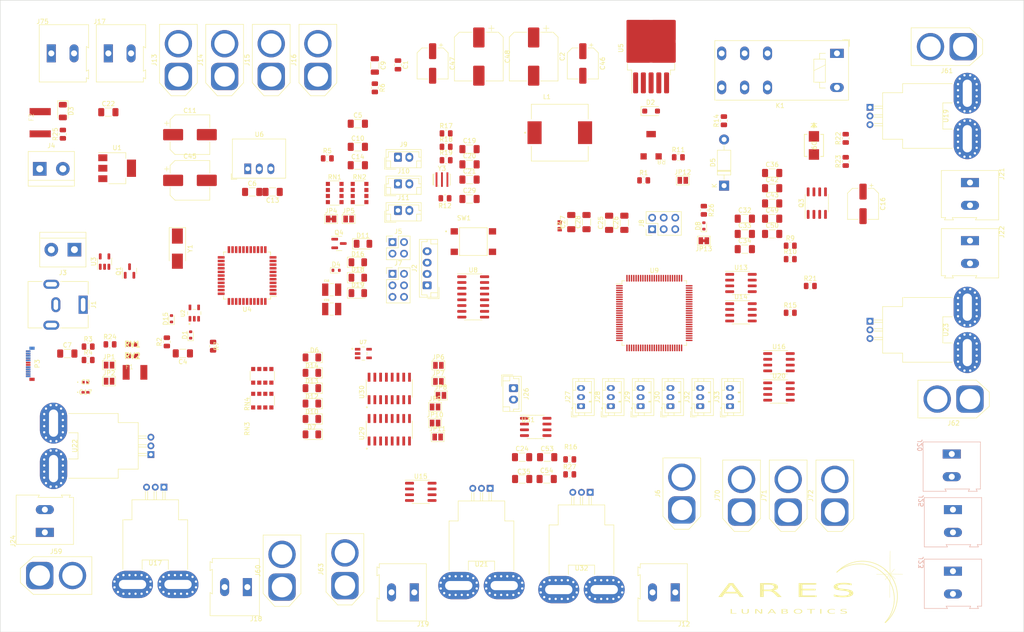
<source format=kicad_pcb>
(kicad_pcb (version 20221018) (generator pcbnew)
  (layers (0 "F.Cu" signal) (31 "B.Cu" signal) (34 "B.Paste" user) (35 "F.Paste" user) (36 "B.SilkS" user "B.Silkscreen") (37 "F.SilkS" user "F.Silkscreen") (38 "B.Mask" user) (39 "F.Mask" user) (44 "Edge.Cuts" user))
  (net 0 "")
  (net 1 "+12V")
  (net 2 "-E PROX")
  (net 3 "Net-(U4-PD7)")
  (net 4 "Net-(JP4-A)")
  (net 5 "+5V")
  (net 6 "Net-(U2A-+)")
  (net 7 "RESET1")
  (net 8 "V-IN")
  (net 9 "Net-(D2-K)")
  (net 10 "Net-(C9-Pad2)")
  (net 11 "Net-(D5-K)")
  (net 12 "Net-(D5-A)")
  (net 13 "Net-(D8-K)")
  (net 14 "E-SWTCH IN")
  (net 15 "Net-(D9-A)")
  (net 16 "Net-(J3-Pin_2)")
  (net 17 "E+")
  (net 18 "+S")
  (net 19 "-S")
  (net 20 "Net-(J5-Pin_1)")
  (net 21 "Net-(J5-Pin_2)")
  (net 22 "Net-(J5-Pin_3)")
  (net 23 "Net-(J5-Pin_4)")
  (net 24 "Net-(J7-Pin_1)")
  (net 25 "Net-(J7-Pin_3)")
  (net 26 "Net-(J7-Pin_4)")
  (net 27 "Sig - L1")
  (net 28 "Sig - L2")
  (net 29 "Sig - R1")
  (net 30 "Sig - R2")
  (net 31 "Sig - Ex Sprckt")
  (net 32 "Sig - EXCV TILT")
  (net 33 "Sig - EXC ASC{slash}DSC")
  (net 34 "Sig - DEPO BIN TILT")
  (net 35 "Net-(J27-Pin_1)")
  (net 36 "Sig - CAM Y")
  (net 37 "+9V")
  (net 38 "Net-(J29-Pin_2)")
  (net 39 "Net-(J30-Pin_2)")
  (net 40 "Net-(J32-Pin_2)")
  (net 41 "Net-(J33-Pin_2)")
  (net 44 "Net-(D1-A)")
  (net 45 "Net-(D3-K)")
  (net 46 "RESET2")
  (net 47 "E-SWTCH OUT")
  (net 48 "Net-(JP2-B)")
  (net 49 "Net-(JP5-A)")
  (net 50 "Net-(JP6-A)")
  (net 51 "1AX")
  (net 52 "Net-(JP7-A)")
  (net 53 "1BX")
  (net 54 "Net-(JP8-A)")
  (net 55 "1CX")
  (net 56 "Net-(JP9-A)")
  (net 57 "2AX")
  (net 58 "Net-(JP10-A)")
  (net 59 "2BX")
  (net 60 "Net-(JP11-A)")
  (net 61 "2CX")
  (net 62 "Net-(JP12-A)")
  (net 63 "12V Set-Point")
  (net 65 "Net-(P3-GND-PadA1)")
  (net 66 "Net-(F1-Pad2)")
  (net 68 "Net-(P3-D+)")
  (net 69 "Net-(P3-D-)")
  (net 71 "Net-(P3-SHIELD)")
  (net 72 "Net-(Q1-D)")
  (net 73 "Net-(Q1-G)")
  (net 74 "Net-(Q3-G)")
  (net 75 "Net-(Q4-E)")
  (net 76 "Net-(Q4-B)")
  (net 78 "+3V3")
  (net 80 "Net-(U4-D-)")
  (net 81 "Net-(U4-D+)")
  (net 82 "Net-(U4-UCAP)")
  (net 84 "Net-(U4-XTAL2)")
  (net 85 "Net-(U4-XTAL1)")
  (net 88 "Net-(U4-PD2)")
  (net 89 "Net-(U4-PD3)")
  (net 90 "Net-(D16-K)")
  (net 91 "Net-(D6-A)")
  (net 102 "Net-(D7-A)")
  (net 103 "Net-(U8-VFB)")
  (net 104 "Net-(U8-VBG)")
  (net 105 "Net-(U8-INA-)")
  (net 106 "Net-(U8-INA+)")
  (net 107 "Net-(U8-PD_SCK)")
  (net 108 "Net-(U8-DOUT)")
  (net 111 "Net-(U9-PE0)")
  (net 112 "Net-(U9-PE1)")
  (net 120 "Net-(D10-A)")
  (net 121 "Net-(D11-A)")
  (net 122 "Net-(D12-A)")
  (net 123 "Net-(D13-A)")
  (net 128 "Net-(U9-XTAL2)")
  (net 129 "Net-(U9-XTAL1)")
  (net 176 "Net-(U9-AVCC)")
  (net 177 "Net-(D14-A)")
  (net 178 "Net-(U13-1IN+)")
  (net 182 "Net-(U14-1IN+)")
  (net 186 "Net-(U15-1IN+)")
  (net 190 "Net-(U16-1IN+)")
  (net 194 "1BY")
  (net 195 "Net-(D15-A)")
  (net 196 "Net-(J60-+)_1")
  (net 197 "1CY")
  (net 198 "Net-(D16-A)")
  (net 199 "Net-(J61-+)_1")
  (net 200 "Net-(U20-1IN+)")
  (net 204 "2BY")
  (net 205 "Net-(D18-K)")
  (net 206 "Net-(J63-+)_1")
  (net 207 "1AY")
  (net 208 "Net-(D18-A)")
  (net 209 "Net-(J59-+)_1")
  (net 210 "2AY")
  (net 211 "Net-(D19-A)")
  (net 212 "Net-(J62-+)_1")
  (net 213 "Net-(U31-1IN+)")
  (net 217 "Jetson")
  (net 218 "Net-(J6-+)_1")
  (net 219 "MISO")
  (net 220 "SCK")
  (net 221 "MOSI")
  (net 222 "Net-(J12-Pin_1)")
  (net 223 "Net-(J12-Pin_2)")
  (net 224 "Net-(J18-Pin_1)")
  (net 225 "Net-(J18-Pin_2)")
  (net 226 "Net-(J19-Pin_1)")
  (net 227 "Net-(J19-Pin_2)")
  (net 228 "Net-(J20-Pin_1)")
  (net 229 "Net-(J20-Pin_2)")
  (net 230 "Net-(J21-Pin_1)")
  (net 231 "Net-(J21-Pin_2)")
  (net 232 "Net-(J22-Pin_1)")
  (net 233 "Net-(J22-Pin_2)")
  (net 234 "Net-(J23-Pin_1)")
  (net 235 "Net-(J23-Pin_2)")
  (net 236 "Net-(J24-Pin_1)")
  (net 237 "Net-(J24-Pin_2)")
  (net 238 "Net-(J25-Pin_1)")
  (net 239 "Net-(J25-Pin_2)")
  (net 240 "Net-(U7A--)")
  (net 241 "SS'")
  (net 246 "2CY")
  (footprint "Capacitor_SMD:C_1206_3216Metric_Pad1.33x1.80mm_HandSolder" (layer "F.Cu") (at 65.1441 102.6978 180)
    (fp_text reference "C4")
    (fp_text value "0.1u")
  )
  (footprint "Connector_AMASS:AMASS_XT60-F_1x02_P7.20mm_Vertical" (layer "F.Cu") (at 74.3266 41.7678 90)
    (fp_text reference "J14")
    (fp_text value "XT-90F-vert")
  )
  (footprint "Stubez:VARC1608X55N" (layer "F.Cu") (at 54.0491 103.2628)
    (fp_text reference "RV2")
    (fp_text value "BRNCG063MLC-05E" hide)
  )
  (footprint "Jumper:SolderJumper-2_P1.3mm_Open_Pad1.0x1.5mm" (layer "F.Cu") (at 175.0416 64.6278)
    (fp_text reference "JP12")
    (fp_text value "SolderJumper_2_Open")
  )
  (footprint "Connector_JST:JST_PH_B3B-PH-K_1x03_P2.00mm_Vertical" (layer "F.Cu") (at 159.2166 114.3078 90)
    (fp_text reference "J28")
    (fp_text value "Conn_01x03")
  )
  (footprint "Package_SO:SOIC-8_3.9x4.9mm_P1.27mm" (layer "F.Cu") (at 204.5016 69.6428 90)
    (fp_text reference "Q3")
    (fp_text value "IRF7403")
  )
  (footprint "Resistor_SMD:R_0805_2012Metric" (layer "F.Cu") (at 174.0641 59.5478)
    (fp_text reference "R11")
    (fp_text value "120k")
  )
  (footprint "Stubez:CAPC3225X270N" (layer "F.Cu") (at 97.8616 92.9438)
    (fp_text reference "C23")
    (fp_text value "10u")
  )
  (footprint "Capacitor_SMD:C_1206_3216Metric_Pad1.33x1.80mm_HandSolder" (layer "F.Cu") (at 188.6741 73.0578)
    (fp_text reference "C32")
    (fp_text value "0.1u")
  )
  (footprint "Capacitor_SMD:C_1206_3216Metric_Pad1.33x1.80mm_HandSolder" (layer "F.Cu") (at 194.6841 66.3578)
    (fp_text reference "C42")
    (fp_text value "10n")
  )
  (footprint "Stubez:3314G-2-500E" (layer "F.Cu") (at 170.3716 60.0028 180)
    (fp_text reference "R8")
    (fp_text value "5k")
  )
  (footprint "Jumper:SolderJumper-2_P1.3mm_Bridged_Pad1.0x1.5mm" (layer "F.Cu") (at 179.6716 77.9128 180)
    (fp_text reference "JP13")
    (fp_text value "SolderJumper_2_Bridged")
  )
  (footprint "Package_TO_SOT_SMD:TO-263-5_TabPin3" (layer "F.Cu") (at 168.0716 35.5328 90)
    (fp_text reference "U5")
    (fp_text value "LM2596S-12")
  )
  (footprint "Package_TO_SOT_SMD:SOT-23" (layer "F.Cu") (at 99.4641 78.5178)
    (fp_text reference "Q4")
    (fp_text value "S8550D")
  )
  (footprint "TerminalBlock:TerminalBlock_Altech_AK300-2_P5.00mm" (layer "F.Cu") (at 238.1716 77.8978 -90)
    (fp_text reference "J22")
    (fp_text value "Screw_Terminal_01x02")
  )
  (footprint "Stubez:MF-SMDF" (layer "F.Cu") (at 31.1466 51.9278 90)
    (fp_text reference "F2")
    (fp_text value "3A_tr 1.5A_hld Slow Burn")
  )
  (footprint "Connector_JST:JST_PH_B3B-PH-K_1x03_P2.00mm_Vertical" (layer "F.Cu") (at 152.6666 114.3078 90)
    (fp_text reference "J27")
    (fp_text value "Conn_01x03")
  )
  (footprint "Stubez:SW_TS07-667-25-BK-100-SMT-TR" (layer "F.Cu") (at 129.0066 78.0978)
    (fp_text reference "SW1")
    (fp_text value "SW_Push_Dual")
  )
  (footprint "Jumper:SolderJumper-2_P1.3mm_Open_Pad1.0x1.5mm" (layer "F.Cu") (at 48.9266 105.2678)
    (fp_text reference "JP1")
    (fp_text value "SolderJumper_2_Open")
  )
  (footprint "Resistor_SMD:R_0805_2012Metric" (layer "F.Cu") (at 107.3466 44.2703 -90)
    (fp_text reference "R6")
    (fp_text value "680")
  )
  (footprint "Diode_SMD:D_SOD-523" (layer "F.Cu") (at 66.8566 98.6353 90)
    (fp_text reference "D1")
    (fp_text value "1N4148WT")
  )
  (footprint "Connector_AMASS:AMASS_XT60-F_1x02_P7.20mm_Vertical" (layer "F.Cu") (at 64.1666 41.7678 90)
    (fp_text reference "J13")
    (fp_text value "XT-90F-vert")
  )
  (footprint "Resistor_SMD:R_0805_2012Metric" (layer "F.Cu") (at 71.7866 101.1003 90)
    (fp_text reference "R7")
    (fp_text value "10k")
  )
  (footprint "LED_SMD:LED_1206_3216Metric" (layer "F.Cu") (at 104.7466 78.5778)
    (fp_text reference "D11")
    (fp_text value "LED")
  )
  (footprint "Stubez:SMB_STM" (layer "F.Cu") (at 203.8666 56.9428 -90)
    (fp_text reference "D9")
    (fp_text value "3A100Vstd")
  )
  (footprint "Connector_JST:JST_EH_B4B-EH-A_1x04_P2.50mm_Vertical" (layer "F.Cu") (at 118.8466 87.7278 90)
    (fp_text reference "J2")
    (fp_text value "Conn_01x04")
  )
  (footprint "Capacitor_SMD:C_1206_3216Metric_Pad1.33x1.80mm_HandSolder" (layer "F.Cu") (at 39.7441 102.7278)
    (fp_text reference "C7")
    (fp_text value "0.1u")
  )
  (footprint "Resistor_SMD:R_0805_2012Metric" (layer "F.Cu") (at 44.3266 104.1478)
    (fp_text reference "R4")
    (fp_text value "22")
  )
  (footprint "Stubez:SOT95P280X145-5N" (layer "F.Cu") (at 67.6566 93.8228 90)
    (fp_text reference "U2")
    (fp_text value "LMV358")
  )
  (footprint "Capacitor_SMD:CP_Elec_10x10.5" (layer "F.Cu") (at 130.2066 37.3978 -90)
    (fp_text reference "C48")
    (fp_text value "100u")
  )
  (footprint "Crystal:Crystal_SMD_Abracon_ABM3-2Pin_5.0x3.2mm_HandSoldering" (layer "F.Cu") (at 63.9441 79.6453 -90)
    (fp_text reference "Y1")
    (fp_text value "Crystal")
  )
  (footprint "Diode_SMD:D_SOD-123F" (layer "F.Cu") (at 168.0716 49.3878)
    (fp_text reference "D2")
    (fp_text value "MBR1020VL")
  )
  (footprint "Connector_AMASS:AMASS_XT60-F_1x02_P7.20mm_Vertical" (layer "F.Cu") (at 94.8266 41.7678 90)
    (fp_text reference "J16")
    (fp_text value "XT-90F-vert")
  )
  (footprint "Connector_PinHeader_2.54mm:PinHeader_2x02_P2.54mm_Vertical" (layer "F.Cu") (at 111.2266 78.2078)
    (fp_text reference "J5")
    (fp_text value "Conn_02x02_Odd_Even")
  )
  (footprint "Capacitor_SMD:C_1206_3216Metric_Pad1.33x1.80mm_HandSolder" (layer "F.Cu") (at 139.7341 130.3278)
    (fp_text reference "C35")
    (fp_text value "0.1u")
  )
  (footprint "Capacitor_SMD:CP_Elec_8x10.5" (layer "F.Cu") (at 66.7066 54.5778)
    (fp_text reference "C11")
    (fp_text value "47u")
  )
  (footprint "Capacitor_SMD:C_1206_3216Metric_Pad1.33x1.80mm_HandSolder" (layer "F.Cu") (at 80.3841 67.1678)
    (fp_text reference "C6")
    (fp_text value "0.33u")
  )
  (footprint "Capacitor_SMD:C_1206_3216Metric" (layer "F.Cu") (at 107.3466 39.3428 -90)
    (fp_text reference "C9")
    (fp_text value "330p")
  )
  (footprint "Connector_AMASS:AMASS_XT60-F_1x02_P7.20mm_Vertical" (layer "F.Cu") (at 198.21 137.6104 90)
    (fp_text reference "J71")
    (fp_text value "XT-90F-vert")
  )
  (footprint "Stubez:CAP_GCM155_MUR" (layer "F.Cu") (at 43.7423 109.0278)
    (fp_text reference "C3")
    (fp_text value "22p")
  )
  (footprint "Capacitor_SMD:C_1206_3216Metric_Pad1.33x1.80mm_HandSolder" (layer "F.Cu") (at 103.6066 52.1678)
    (fp_text reference "C5")
    (fp_text value "0.1u")
  )
  (footprint "TerminalBlock:TerminalBlock_Altech_AK300-2_P5.00mm" (layer "F.Cu") (at 48.7666 36.6878)
    (fp_text reference "J17")
    (fp_text value "Screw_Terminal_01x02")
  )
  (footprint "Package_SO:SOIC-8_3.9x4.9mm_P1.27mm" (layer "F.Cu") (at 196.1816 111.0828)
    (fp_text reference "U20")
    (fp_text value "TLC2272")
  )
  (footprint "Jumper:SolderJumper-2_P1.3mm_Open_Pad1.0x1.5mm" (layer "F.Cu") (at 48.9266 108.8178)
    (fp_text reference "JP2")
    (fp_text value "SolderJumper_2_Open")
  )
  (footprint "LED_SMD:LED_1206_3216Metric" (layer "F.Cu") (at 103.6066 89.4278)
    (fp_text reference "D19")
    (fp_text value "LED")
  )
  (footprint "Resistor_SMD:R_0805_2012Metric" (layer "F.Cu") (at 150.1883 126.0094)
    (fp_text reference "R16")
    (fp_text value "100")
  )
  (footprint "Package_SO:SOIC-8_3.9x4.9mm_P1.27mm" (layer "F.Cu") (at 187.8241 87.2078)
    (fp_text reference "U13")
    (fp_text value "TLC2272")
  )
  (footprint "Jumper:SolderJumper-2_P1.3mm_Open_Pad1.0x1.5mm" (layer "F.Cu") (at 121.1566 121.0878)
    (fp_text reference "JP11")
    (fp_text value "SolderJumper_2_Open")
  )
  (footprint "Capacitor_SMD:C_0805_2012Metric" (layer "F.Cu") (at 112.4266 39.2278 -90)
    (fp_text reference "C1")
    (fp_text value "100n")
  )
  (footprint "Resistor_SMD:R_0805_2012Metric" (layer "F.Cu") (at 123.0141 60.1978)
    (fp_text reference "R19")
    (fp_text value "100")
  )
  (footprint "Sensor_Current:Allegro_CB_PFF" (layer "F.Cu") (at 216.1866 95.6078 -90)
    (fp_text reference "U23")
    (fp_text value "ACS758xCB-050B-PFF")
  )
  (footprint "Diode_SMD:D_SOD-523" (layer "F.Cu") (at 179.6716 74.6578 90)
    (fp_text reference "D8")
    (fp_text value "1N4148WT")
  )
  (footprint "Package_SO:SOIC-8_3.9x4.9mm_P1.27mm" (layer "F.Cu") (at 196.1816 104.6328)
    (fp_text reference "U16")
    (fp_text value "TLC2272")
  )
  (footprint "TerminalBlock:TerminalBlock_Altech_AK300-2_P5.00mm" (layer "F.Cu") (at 238.1716 65.1178 -90)
    (fp_text reference "J21")
    (fp_text value "Screw_Terminal_01x02")
  )
  (footprint "Jumper:SolderJumper-2_P1.3mm_Open_Pad1.0x1.5mm" (layer "F.Cu") (at 121.3166 105.3278)
    (fp_text reference "JP6")
    (fp_text value "SolderJumper_2_Open")
  )
  (footprint "Resistor_SMD:R_0805_2012Metric" (layer "F.Cu") (at 210.8516 55.3803 90)
    (fp_text reference "R22")
    (fp_text value "100k")
  )
  (footprint "Resistor_SMD:R_0805_2012Metric" (layer "F.Cu") (at 123.0141 54.2978)
    (fp_text reference "R17")
    (fp_text value "100")
  )
  (footprint "Capacitor_SMD:C_1206_3216Metric_Pad1.33x1.80mm_HandSolder" (layer "F.Cu") (at 128.1591 57.7578)
    (fp_text reference "C19")
    (fp_text value "0.1u")
  )
  (footprint "Capacitor_SMD:C_1206_3216Metric_Pad1.33x1.80mm_HandSolder" (layer "F.Cu") (at 158.8466 73.9628 90)
    (fp_text reference "C25")
    (fp_text value "0.1u")
  )
  (footprint "Connector_AMASS:AMASS_XT60-F_1x02_P7.20mm_Vertical" (layer "F.Cu") (at 86.9466 154.1078 90)
    (fp_text reference "J60")
    (fp_text value "XT-90F-vert")
  )
  (footprint "Capacitor_SMD:C_1206_3216Metric_Pad1.33x1.80mm_HandSolder" (layer "F.Cu") (at 194.6841 69.7078)
    (fp_text reference "C43")
    (fp_text value "10n")
  )
  (footprint "Capacitor_SMD:C_1206_3216Metric_Pad1.33x1.80mm_HandSolder" (layer "F.Cu") (at 188.6741 76.4078)
    (fp_text reference "C33")
    (fp_text value "0.1u")
  )
  (footprint "Connector_JST:JST_PH_B3B-PH-K_1x03_P2.00mm_Vertical" (layer "F.Cu") (at 178.8666 114.3078 90)
    (fp_text reference "J32")
    (fp_text value "Conn_01x03")
  )
  (footprint "Capacitor_SMD:C_1206_3216Metric_Pad1.33x1.80mm_HandSolder" (layer "F.Cu") (at 128.1591 68.7278)
    (fp_text reference "C29")
    (fp_text value "0.1u")
  )
  (footprint "Connector_BarrelJack:BarrelJack_CUI_PJ-063AH_Horizontal" (layer "F.Cu") (at 43.2266 91.9878 -90)
    (fp_text reference "J1")
    (fp_text value "Barrel_Jack_Switch")
  )
  (footprint "Connector_JST:JST_EH_B2B-EH-A_1x02_P2.50mm_Vertical" (layer "F.Cu") (at 112.4266 65.3978)
    (fp_text reference "J10")
    (fp_text value "Conn_01x02")
  )
  (footprint "Capacitor_SMD:C_1206_3216Metric_Pad1.33x1.80mm_HandSolder" (layer "F.Cu") (at 128.1591 61.1078)
    (fp_text reference "C20")
    (fp_text value "0.022u")
  )
  (footprint "Diode_THT:D_DO-41_SOD81_P10.16mm_Horizontal" (layer "F.Cu") (at 184.1166 65.7953 90)
    (fp_text reference "D5")
    (fp_text value "1N5819")
  )
  (footprint "Resistor_SMD:R_0805_2012Metric" (layer "F.Cu") (at 150.1864 129.3114)
    (fp_text reference "R27")
    (fp_text value "100")
  )
  (footprint "Sensor_Current:Allegro_CB_PFF" (layer "F.Cu") (at 154.6816 133.2528 180)
    (fp_text reference "U32")
    (fp_text value "ACS758xCB-050B-PFF")
  )
  (footprint "Stubez:SOIC127P600X175-16N" (layer "F.Cu") (at 110.5216 119.4928 90)
    (fp_text reference "U29")
    (fp_text value "CD4053B")
  )
  (footprint "Capacitor_SMD:C_1206_3216Metric_Pad1.33x1.80mm_HandSolder" (layer "F.Cu") (at 194.6841 63.0078)
    (fp_text reference "C36")
    (fp_text value "0.1u")
  )
  (footprint "Resistor_SMD:R_Array_Convex_4x1206" (layer "F.Cu") (at 82.6066 107.6278 90)
    (fp_text reference "RN4")
    (fp_text value "102-1k R Net")
  )
  (footprint "Stubez:FuseF-MSMF050-2-sty1" (layer "F.Cu") (at 51.9241 105.2678)
    (fp_text reference "F1")
    (fp_text value "FuseF-MSMF050-2")
  )
  (footprint "Resistor_SMD:R_0805_2012Metric" (layer "F.Cu") (at 166.4441 64.6278)
    (fp_text reference "R1")
    (fp_text value "100k")
  )
  (footprint "Resistor_SMD:R_0805_2012Metric" (layer "F.Cu") (at 203.0741 87.8578)
    (fp_text reference "R21")
    (fp_text value "100")
  )
  (footprint "Package_SO:SOIC-8_3.9x4.9mm_P1.27mm" (layer "F.Cu") (at 142.7084 118.872)
    (fp_text reference "U31")
    (fp_text value "TLC2272")
  )
  (footprint "Stubez:IND_LQM18DN_70_MUR" (layer "F.Cu") (at 147.9866 74.6235 90)
    (fp_text reference "L2")
    (fp_text value "10u")
  )
  (footprint "LED_SMD:LED_1206_3216Metric" (layer "F.Cu") (at 38.7666 49.3878 -90)
    (fp_text reference "D3")
    (fp_text value "LED")
  )
  (footprint "Resistor_SMD:R_Array_Convex_4x1206" (layer "F.Cu") (at 103.9866 67.4078)
    (fp_text reference "RN2")
    (fp_text value "102-1k R Net")
  )
  (footprint "Diode_SMD:D_SOD-523" (layer "F.Cu") (at 62.6466 95.0778 90)
    (fp_text reference "D15")
    (fp_text value "1N4148WT")
  )
  (footprint "Capacitor_SMD:C_1206_3216Metric_Pad1.33x1.80mm_HandSolder" (layer "F.Cu") (at 162.1966 73.9628 90)
    (fp_text reference "C26")
    (fp_text value "0.1u")
  )
  (footprint "Capacitor_SMD:CP_Elec_8x10.5" (layer "F.Cu") (at 66.7066 64.6278)
    (fp_text reference "C45")
    (fp_text value "47u")
  )
  (footprint "Package_TO_SOT_SMD:SOT-223-3_TabPin2" (layer "F.Cu") (at 50.6966 61.9578)
    (fp_text reference "U1")
    (fp_text value "LD1117S50TR_SOT223")
  )
  (footprint "Capacitor_SMD:C_1206_3216Metric_Pad1.33x1.80mm_HandSolder" (layer "F.Cu") (at 145.1233 130.3274)
    (fp_text reference "C54")
    (fp_text value "10n")
  )
  (footprint "Connector_AMASS:AMASS_XT60-F_1x02_P7.20mm_Vertical" (layer "F.Cu") (at 208.46 137.6104 90)
    (fp_text reference "J72")
    (fp_text value "XT-90F-vert")
  )
  (footprint "Package_SO:SOIC-8_3.9x4.9mm_P1.27mm" (layer "F.Cu") (at 187.8241 93.6578)
    (fp_text reference "U14")
    (fp_text value "TLC2272")
  )
  (footprint "Resistor_SMD:R_0805_2012Metric" (layer "F.Cu") (at 198.6641 93.7578)
    (fp_text reference "R15")
    (fp_text value "100")
  )
  (footprint "Package_TO_SOT_SMD:SOT-23" (layer "F.Cu") (at 53.4266 84.5678 90)
    (fp_text reference "Q1")
    (fp_text value "HM2301B")
  )
  (footprint "Converter_DCDC:Converter_DCDC_RECOM_R-78E-0.5_THT" (layer "F.Cu") (at 79.4066 62.0878)
    (fp_text reference "U6")
    (fp_text value "R-78E9.0-0.5")
  )
  (footprint "Capacitor_SMD:C_1206_3216Metric_Pad1.33x1.80mm_HandSolder" (layer "F.Cu") (at 194.6841 76.4078)
    (fp_text reference "C50")
    (fp_text value "10n")
  )
  (footprint "Connector_AMASS:AMASS_XT60-F_1x02_P7.20mm_Vertical" (layer "F.Cu") (at 33.6866 151.5678)
    (fp_text reference "J59")
    (fp_text value "XT-90F-vert")
  )
  (footprint "Connector_JST:JST_PH_B3B-PH-K_1x03_P2.00mm_Vertical" (layer "F.Cu") (at 165.7666 114.3078 90)
    (fp_text reference "J29")
    (fp_text value "Conn_01x03")
  )
  (footprint "Resistor_SMD:R_0805_2012Metric" (layer "F.Cu") (at 44.3266 101.1978)
    (fp_text reference "R3")
    (fp_text value "1M")
  )
  (footprint "Capacitor_SMD:CP_Elec_6.3x5.8" (layer "F.Cu") (at 153.0666 38.9128 -90)
    (fp_text reference "C46")
    (fp_text value "10u")
  )
  (footprint "Connector_JST:JST_EH_B2B-EH-A_1x02_P2.50mm_Vertical" (layer "F.Cu") (at 112.4266 71.2478)
    (fp_text reference "J11")
    (fp_text value "Conn_01x02")
  )
  (footprint "Connector_PinHeader_2.54mm:PinHeader_2x03_P2.54mm_Vertical" (layer "F.Cu") (at 168.3066 75.3728 90)
    (fp_text reference "J8")
    (fp_text value "Conn_02x03_Odd_Even")
  )
  (footprint "Connector_USB:USB_C_Plug_Molex_105444" (layer "F.Cu") (at 31.1066 104.9778 90)
    (fp_text reference "P3")
    (fp_text value "USB_C_Plug_USB2.0")
  )
  (footprint "LED_SMD:LED_1206_3216Metric" (layer "F.Cu") (at 103.6066 86.0378)
    (fp_text reference "D18")
    (fp_text value "LED")
  )
  (footprint "Resistor_SMD:R_0805_2012Metric" (layer "F.Cu") (at 122.7641 68.5678 180)
    (fp_text reference "R12")
    (fp_text value "1M")
  )
  (footprint "TerminalBlock:TerminalBlock_bornier-2_P5.08mm" (layer "F.Cu") (at 33.6866 62.0878)
    (fp_text reference "J4")
    (fp_text value "Screw_Terminal_01x02")
  )
  (footprint "Capacitor_SMD:C_1206_3216Metric_Pad1.33x1.80mm_HandSolder" (layer "F.Cu") (at 48.7666 49.6278)
    (fp_text reference "C22")
    (fp_text value "0.1u")
  )
  (footprint "Relay_THT:Relay_SPDT_Schrack-RT1-16A-FormC_RM5mm" (layer "F.Cu") (at 208.9266 36.6878 180)
    (fp_text reference "K1")
    (fp_text value "RT314A12")
  )
  (footprint "LED_SMD:LED_1206_3216Metric" (layer "F.Cu") (at 93.5066 110.3478 180)
    (fp_text reference "D12")
    (fp_text value "LED")
  )
  (footprint "Sensor_Current:Allegro_CB_PFF" (layer "F.Cu") (at 216.1866 48.5578 -90)
    (fp_text reference "U19")
    (fp_text value "ACS758xCB-050B-PFF")
  )
  (footprint "LED_SMD:LED_1206_3216Metric" (layer "F.Cu") (at 93.5066 117.1178 180)
    (fp_text reference "D7")
    (fp_text value "LED")
  )
  (footprint "Jumper:SolderJumper-2_P1.3mm_Open_Pad1.0x1.5mm" (layer "F.Cu") (at 121.8866 111.9378)
    (fp_text reference "JP8")
    (fp_text value "SolderJumper_2_Open")
  )
  (footprint "Capacitor_SMD:C_1206_3216Metric_Pad1.33x1.80mm_HandSolder" (layer "F.Cu") (at 139.7123 125.5268)
    (fp_text reference "C24")
    (fp_text value "0.1u")
  )
  (footprint "Stubez:CAPC3225X270N" (layer "F.Cu") (at 97.8616 88.6778)
    (fp_text reference "C18")
    (fp_text value "10u")
  )
  (footprint "Stubez:SOT95P280X145-5N" (layer "F.Cu") (at 104.8216 102.7278)
    (fp_text reference "U7")
    (fp_text value "LMV358")
  )
  (footprint "Jumper:SolderJumper-2_P1.3mm_Open_Pad1.0x1.5mm" (layer "F.Cu") (at 101.5766 73.1278)
    (fp_text reference "JP5")
    (fp_text value "SolderJumper_2_Open")
  )
  (footprint "Resistor_SMD:R_0805_2012Metric" (layer "F.Cu") (at 179.6716 71.2053 -90)
    (fp_text reference "R26")
    (fp_text value "10k")
  )
  (footprint "Capacitor_SMD:C_1206_3216Metric_Pad1.33x1.80mm_HandSolder" (layer "F.Cu") (at 103.6066 61.2978)
    (fp_text reference "C14")
    (fp_text value "0.1u")
  )
  (footprint "Connector_JST:JST_EH_B2B-EH-A_1x02_P2.50mm_Vertical" (layer "F.Cu") (at 112.4266 59.5478)
    (fp_text reference "J9")
    (fp_text value "Conn_01x02")
  )
  (footprint "Resistor_SMD:R_0805_2012Metric" (layer "F.Cu") (at 210.8516 60.4603 90)
    (fp_text reference "R23")
    (fp_text value "100k")
  )
  (footprint "LED_SMD:LED_1206_3216Metric" (layer "F.Cu") (at 93.5066 120.5078 180)
    (fp_text reference "D6")
    (fp_text value "LED")
  )
  (footprint "Connector_JST:JST_EH_B2B-EH-A_1x02_P2.50mm_Vertical" (layer "F.Cu") (at 137.8266 110.3478 -90)
    (fp_text reference "J26")
    (fp_text value "Conn_01x02")
  )
  (footprint "Stubez:VARC1608X55N" (layer "F.Cu") (at 54.0491 100.7128)
    (fp_text reference "RV1")
    (fp_text value "BRNCG063MLC-05E" hide)
  )
  (footprint "Resistor_SMD:R_Array_Convex_4x1206" (layer "F.Cu") (at 82.6066 113.0878 90)
    (fp_text reference "RN3")
    (fp_text value "102-1k R Net")
  )
  (footprint "LED_SMD:LED_1206_3216Metric" (layer "F.Cu") (at 93.5066 106.9778 180)
    (fp_text reference "D13")
    (fp_text value "LED")
  )
  (footprint "Resistor_SMD:R_0805_2012Metric" (layer "F.Cu") (at 96.8991 59.7878)
    (fp_text reference "R5")
    (fp_text value "8.2k")
  )
  (footprint "Sensor_Current:Allegro_CB_PFF" (layer "F.Cu") (at 58.1166 124.9478 90)
    (fp_text reference "U22")
    (fp_text value "ACS758xCB-050B-PFF")
  )
  (footprint "Package_TO_SOT_SMD:SOT-23-5" (layer "F.Cu") (at 47.9366 82.4953 90)
    (fp_text reference "U3")
    (fp_text value "LP2985-3.3")
  )
  (footprint "Diode_SMD:D_SOD-523" (layer "F.Cu") (at 98.8391 84.4178)
    (fp_text reference "D4")
    (fp_text value "1N4148WT")
  )
  (footprint "TerminalBlock:TerminalBlock_Altech_AK300-2_P5.00mm" (layer "F.Cu") (at 34.8066 142.0678 90)
    (fp_text reference "J24")
    (fp_text value "Screw_Terminal_01x02")
  )
  (footprint "Jumper:SolderJumper-2_P1.3mm_Open_Pad1.0x1.5mm" (layer "F.Cu") (at 121.3166 108.8778)
    (fp_text reference "JP7")
    (fp_text value "SolderJumper_2_Open")
  )
  (footprint "TerminalBlock:TerminalBlock_Altech_AK300-2_P5.00mm" (layer "F.Cu") (at 79.3266 154.1078 180)
    (fp_text reference "J18")
    (fp_text value "Screw_Terminal_01x02")
  )
  (footprint "Connector_AMASS:AMASS_XT60-F_1x02_P7.20mm_Vertical" (layer "F.Cu") (at 236.6916 35.2178 180)
    (fp_text reference "J61")
    (fp_text value "XT-90F-vert")
  )
  (footprint "Stubez:IND_SRP1265A-330M" (layer "F.Cu") (at 148.0066 54.1378)
    (fp_text reference "L1")
    (fp_text value "33u")
  )
  (footprint "TerminalBlock:TerminalBlock_Altech_AK300-2_P5.00mm" (layer "F.Cu") (at 116.0166 155.2628 180)
    (fp_text reference "J19")
    (fp_text value "Screw_Terminal_01x02")
  )
  (footprint "Capacitor_SMD:CP_Elec_6.3x5.8" (layer "F.Cu") (at 214.6616 69.8028 -90)
    (fp_text reference "C16")
    (fp_text value "10u")
  )
  (footprint "TerminalBlock:TerminalBlock_Altech_AK300-2_P5.00mm" (layer "F.Cu") (at 173.3866 155.2628 180)
    (fp_text reference "J12")
    (fp_text value "Screw_Terminal_01x02")
  )
  (footprint "Connector_AMASS:AMASS_XT60-F_1x02_P7.20mm_Vertical" (layer "F.Cu") (at 100.7766 153.7828 90)
    (fp_text reference "J63")
    (fp_text value "XT-90F-vert")
  )
  (footprint "Capacitor_SMD:CP_Elec_10x10.5" (layer "F.Cu") (at 142.2566 37.3978 -90)
    (fp_text reference "C2")
    (fp_text value "100u")
  )
  (footprint "Resistor_SMD:R_0805_2012Metric" (layer "F.Cu") (at 198.6641 81.9578)
    (fp_text reference "R10")
    (fp_text value "100")
  )
  (footprint "Package_SO:SOIC-8_3.9x4.9mm_P1.27mm" (layer "F.Cu") (at 117.4416 133.1528)
    (fp_text reference "U15")
    (fp_text value "TLC2272")
  )
  (footprint "Sensor_Current:Allegro_CB_PFF" (layer "F.Cu") (at 60.9866 132.1228 180)
    (fp_text reference "U17")
    (fp_text value "ACS758xCB-050B-PFF")
  )
  (footprint "Resistor_SMD:R_0805_2012Metric" (layer "F.Cu") (at 49.1366 100.7078)
    (fp_text reference "R24")
    (fp_text value "22")
  )
  (footprint "Connector_AMASS:AMASS_XT60-F_1x02_P7.20mm_Vertical" (layer "F.Cu") (at 187.96 137.6104 90)
    (fp_text reference "J70")
    (fp_text value "XT-90F-vert")
  )
  (footprint "Connector_JST:JST_PH_B3B-PH-K_1x03_P2.00mm_Vertical" (layer "F.Cu") (at 185.4166 114.3078 90)
    (fp_text reference "J33")
    (fp_text value "Conn_01x03")
  )
  (footprint "Stubez:CAP_GCM155_MUR" (layer "F.Cu") (at 43.7423 111.247)
    (fp_text reference "C17")
    (fp_text value "22p")
  )
  (footprint "Package_QFP:TQFP-100_14x14mm_P0.5mm" (layer "F.Cu") (at 168.7741 93.8228)
    (fp_text reference "U9")
    (fp_text value "ATmega2560-16A")
  )
  (footprint "Capacitor_SMD:C_1206_3216Metric_Pad1.33x1.80mm_HandSolder" (layer "F.Cu") (at 103.6066 57.2478)
    (fp_text reference "C10")
    (fp_text value "0.1u")
  )
  (footprint "Jumper:SolderJumper-2_P1.3mm_Open_Pad1.0x1.5mm" (layer "F.Cu") (at 120.5866 114.4778)
    (fp_text reference "JP9")
    (fp_text value "SolderJumper_2_Open")
  )
  (footprint "Package_QFP:TQFP-44_10x10mm_P0.8mm" (layer "F.Cu") (at 79.2666 85.5678 180)
    (fp_text reference "U4")
    (fp_text value "ATmega32U4-A")
  )
  (footprint "Capacitor_SMD:C_1206_3216Metric_Pad1.33x1.80mm_HandSolder" (layer "F.Cu") (at 150.5266 73.8103 90)
    (fp_text reference "C27")
    (fp_text value "0.1u")
  )
  (footprint "Capacitor_SMD:C_1206_3216Metric_Pad1.33x1.80mm_HandSolder" (layer "F.Cu") (at 145.2249 125.5268)
    (fp_text reference "C53")
    (fp_text value "10n")
  )
  (footprint "Connector_AMASS:AMASS_XT60-F_1x02_P7.20mm_Vertical" (layer "F.Cu") (at 84.5766 41.7678 90)
    (fp_text reference "J15")
    (fp_text value "XT-90F-vert")
  )
  (footprint "Capacitor_SMD:C_1206_3216Metric_Pad1.33x1.80mm_HandSolder" (layer "F.Cu") (at 188.6741 79.7578)
    (fp_text reference "C34")
    (fp_text value "0.1u")
  )
  (footprint "Connector_PinHeader_2.54mm:PinHeader_2x03_P2.54mm_Vertical" (layer "F.Cu") (at 111.2266 85.1878)
    (fp_text reference "J7")
    (fp_text value "Conn_02x03_Odd_Even")
  )
  (footprint "Sensor_Current:Allegro_CB_PFF" (layer "F.Cu") (at 132.6966 132.3778 180)
    (fp_text reference "U21")
    (fp_text value "ACS758xCB-050B-PFF")
  )
  (footprint "LED_SMD:LED_1206_3216Metric" (layer "F.Cu") (at 103.6066 82.6478)
    (fp_text reference "D16")
    (fp_text value "LED")
  )
  (footprint "Resistor_SMD:R_0805_2012Metric" (layer "F.Cu") (at 184.0766 51.5103 90)
    (fp_text reference "R14")
    (fp_text value "4.7K")
  )
  (footprint "Resistor_SMD:R_0805_2012Metric" (layer "F.Cu") (at 61.6266 100.1578 90)
    (fp_text reference "R2")
    (fp_text value "10k")
  )
  (footprint "Capacitor_SMD:C_1206_3216Metric_Pad1.33x1.80mm_HandSolder" (layer "F.Cu") (at 194.6841 73.0578)
    (fp_text reference "C49")
    (fp_text value "10n")
  )
  (footprint "Jumper:SolderJumper-2_P1.3mm_Open_Pad1.0x1.5mm" (layer "F.Cu") (at 120.5866 118.0278)
    (fp_text reference "JP10")
    (fp_text value "SolderJumper_2_Open")
  )
  (footprint "LED_SMD:LED_1206_3216Metric" (layer "F.Cu") (at 93.5066 113.7278 180)
    (fp_text reference "D10")
    (fp_text value "LED")
  )
  (footprint "Capacitor_SMD:C_1206_3216Metric_Pad1.33x1.80mm_HandSolder" (layer "F.Cu") (at 128.1591 64.4578)
    (fp_text reference "C21")
    (fp_text value "0.1u")
  )
  (footprint "Stubez:SOIC127P600X175-16N" (layer "F.Cu") (at 110.5216 110.4128 90)
    (fp_text reference "U30")
    (fp_text value "CD4053B")
  )
  (footprint "Connector_AMASS:AMASS_XT60-F_1x02_P7.20mm_Vertical" (layer "F.Cu") (at 174.826 137.1346 90)
    (fp_text reference "J6")
    (fp_text value "XT-90F-vert")
  )
  (footprint "Package_SO:SOP-16_3.9x9.9mm_P1.27mm" (layer "F.Cu") (at 128.9666 90.2678)
    (fp_text reference "U8")
    (fp_text value "HX711")
  )
  (footprint "Resistor_SMD:R_Array_Convex_4x1206" (layer "F.Cu") (at 98.5266 67.4078)
    (fp_text reference "RN1")
    (fp_text value "102-1k R Net")
  )
  (footprint "Connector_JST:JST_PH_B3B-PH-K_1x03_P2.00mm_Vertical" (layer "F.Cu") (at 172.3166 114.3078 90)
    (fp_text reference "J30")
    (fp_text value "Conn_01x03")
  )
  (footprint "LED_SMD:LED_1206_3216Metric" (layer "F.Cu") (at 93.5066 103.5878 180)
    (fp_text reference "D14")
    (fp_text value "LED")
  )
  (footprint "Connector_AMASS:AMASS_XT60-F_1x02_P7.20mm_Vertical" (layer "F.Cu") (at 238.1716 112.7478 180)
    (fp_text reference "J62")
    (fp_text value "XT-90F-vert")
  )
  (footprint "TerminalBlock:TerminalBlock_Altech_AK300-2_P5.00mm" (layer "F.Cu") (at 36.2266 36.6878)
    (fp_text reference "J75")
    (fp_text value "Screw_Terminal_01x02")
  )
  (footprint "Jumper:SolderJumper-2_P1.3mm_Bridged_Pad1.0x1.5mm" (layer "F.Cu") (at 97.7366 73.1278)
    (fp_text reference "JP4")
    (fp_text value "SolderJumper_2_Bridged")
  )
  (footprint "Resistor_SMD:R_0805_2012Metric" (layer "F.Cu") (at 38.7666 54.4678 90)
    (fp_text reference "R25")
    (fp_text value "680")
  )
  (footprint "Capacitor_SMD:C_1206_3216Metric_Pad1.33x1.80mm_HandSolder" (layer "F.Cu") (at 153.8766 73.8103 90)
    (fp_text reference "C28")
    (fp_text value "0.1u")
  )
  (footprint "Crystal:Resonator_SMD_Murata_CSTxExxV-3Pin_3.0x1.1mm_HandSoldering" (layer "F.Cu") (at 122.1016 64.4578)
    (fp_text reference "Y3")
    (fp_text value "CSTCE16M0V53-R0")
  )
  (footprint "Resistor_SMD:R_0805_2012Metric" (layer "F.Cu") (at 123.0141 57.2478)
    (fp_text reference "R18")
    (fp_text value "20k")
  )
  (footprint "Capacitor_SMD:C_1206_3216Metric_Pad1.33x1.80mm_HandSolder" (layer "F.Cu") (at 84.8791 67.1678 180)
    (fp_text reference "C13")
    (fp_text value "0.1u")
  )
  (footprint "TerminalBlock:TerminalBlock_bornier-2_P5.08mm" (layer "F.Cu") (at 41.3066 79.8678 180)
    (fp_text reference "J3")
    (fp_text value "Screw_Terminal_01x02" hide)
  )
  (footprint "Resistor_SMD:R_0805_2012Metric" (layer "F.Cu") (at 198.6641 79.0078)
    (fp_text reference "R9")
    (fp_text value "100")
  )
  (footprint "Capacitor_SMD:CP_Elec_6.3x5.8" (layer "F.Cu") (at 120.0466 38.9128 -90)
    (fp_text reference "C47")
    (fp_text value "10u")
  )
  (footprint "TerminalBlock:TerminalBlock_Altech_AK300-2_P5.00mm" (layer "B.Cu") (at 234.4266 137.0678 -90)
    (fp_text reference "J25")
    (fp_text value "Screw_Terminal_01x02")
  )
  (footprint "TerminalBlock:TerminalBlock_Altech_AK300-2_P5.00mm" (layer "B.Cu") (at 234.1666 124.8278 -90)
    (fp_text reference "J20")
    (fp_text value "Screw_Terminal_01x02")
  )
  (footprint "TerminalBlock:TerminalBlock_Altech_AK300-2_P5.00mm" (layer "B.Cu") (at 234.4266 150.6078 -90)
    (fp_text reference "J23")
    (fp_text value "Screw_Terminal_01x02")
  )
  (gr_line (start 220.6371 151.4094) (end 220.5355 156.4386) (stroke (width 0.04)) (layer "F.SilkS"))
  (gr_line (start 220.3831 151.3332) (end 219.5449 152.4762) (stroke (width 0.04)) (layer "F.SilkS"))
  (gr_line (start 220.4847 151.4094) (end 220.5355 156.4386) (stroke (width 0.04)) (layer "F.SilkS"))
  (gr_line (start 220.726 151.2189) (end 221.5896 150.114) (stroke (width 0.04)) (layer "F.SilkS"))
  (gr_line (start 220.4974 151.1808) (end 220.599 146.1516) (stroke (width 0.04)) (layer "F.SilkS"))
  (gr_line (start 220.6498 151.1808) (end 220.599 146.1516) (stroke (width 0.04)) (layer "F.SilkS"))
  (gr_line (start 220.6498 151.1808) (end 221.5896 150.114) (stroke (width 0.04)) (layer "F.SilkS"))
  (gr_line (start 220.6498 151.3586) (end 221.742 152.273) (stroke (width 0.04)) (layer "F.SilkS"))
  (gr_arc (start 208.886562 150.845484) (mid 220.065579 150.774434) (end 219.557122 161.942095) (stroke (width 0.15)) (layer "F.SilkS"))
  (gr_line (start 220.726 151.2189) (end 223.393 151.257) (stroke (width 0.04)) (layer "F.SilkS"))
  (gr_line (start 220.3958 151.2062) (end 219.329 150.2664) (stroke (width 0.04)) (layer "F.SilkS"))
  (gr_line (start 220.3831 151.3332) (end 217.6145 151.3078) (stroke (width 0.04)) (layer "F.SilkS"))
  (gr_line (start 220.726 151.3078) (end 223.393 151.257) (stroke (width 0.04)) (layer "F.SilkS"))
  (gr_line (start 220.4339 151.13) (end 219.329 150.2664) (stroke (width 0.04)) (layer "F.SilkS"))
  (gr_arc (start 208.886561 150.845483) (mid 219.392625 151.363977) (end 219.505233 161.882207) (stroke (width 0.15)) (layer "F.SilkS"))
  (gr_line (start 220.4847 151.4094) (end 219.5449 152.4762) (stroke (width 0.04)) (layer "F.SilkS"))
  (gr_line (start 220.3831 151.2316) (end 217.6145 151.3078) (stroke (width 0.04)) (layer "F.SilkS"))
  (gr_line (start 220.726 151.3078) (end 221.742 152.273) (stroke (width 0.04)) (layer "F.SilkS"))
  (gr_rect (start 25 25) (end 250 164) (stroke (width 0.1)) (fill none) (layer "Edge.Cuts"))
  (gr_text "A R E S" (at 182.7784 156.7942) (layer "F.SilkS") (effects (font (size 3 6)) (justify left bottom)))
  (gr_text "L U N A B O T I C S" (at 185.293 160.1216) (layer "F.SilkS") (effects (font (size 1 2)) (justify left bottom)))
)
</source>
